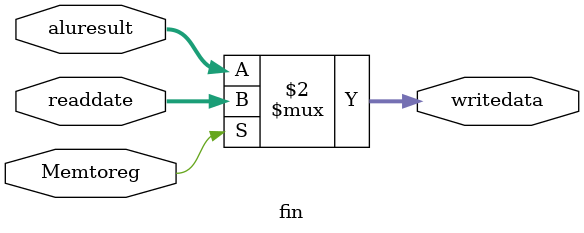
<source format=v>
module fin(input [31:0] readdate, aluresult,
           input Memtoreg,
           output reg  [31:0] writedata 
);
    //assign writedata = (MemtoReg) ? readdate : aluresult;
    always @ (*)
      writedata = (Memtoreg) ? readdate : aluresult;
    
endmodule // fin

</source>
